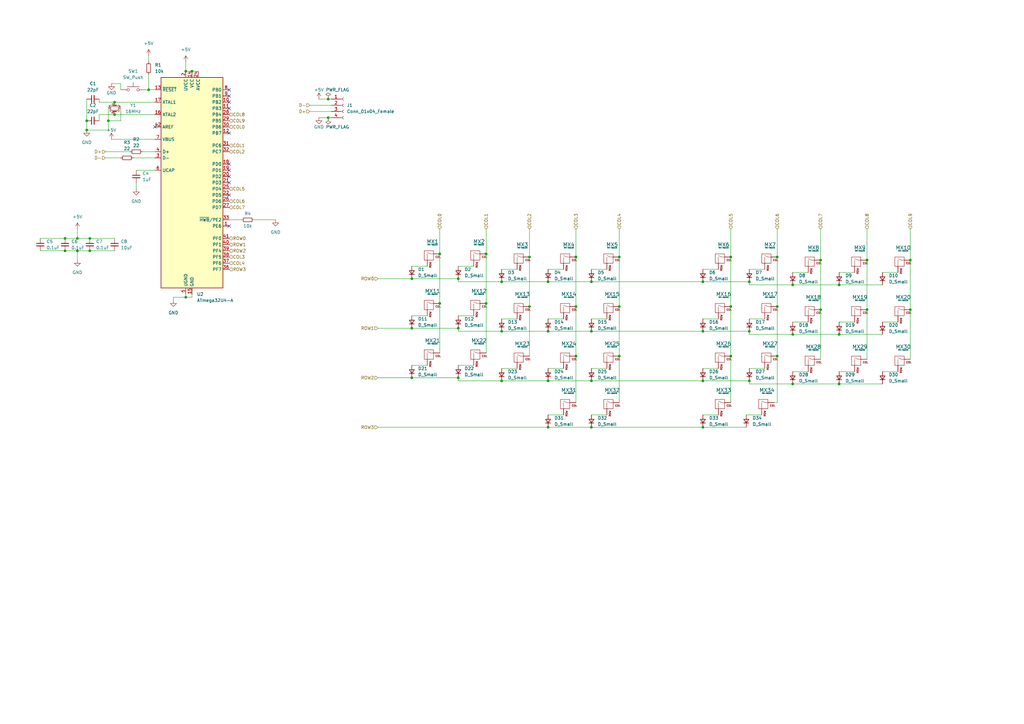
<source format=kicad_sch>
(kicad_sch (version 20211123) (generator eeschema)
  (paper "A3")
  (title_block (title "El Digito") (company "MrKantz"))
  (lib_symbols
    (symbol "Connector:Conn_01x04_Female" (pin_names (offset 1.016) hide)
      (property "Reference" "J" (at 0 5.08 0))
      (property "Value" "Conn_01x04_Female" (at 0 -7.62 0))
      (symbol "Conn_01x04_Female_1_1"
        (arc (start 0 -4.572) (mid -0.508 -5.08) (end 0 -5.588) (stroke (width 0.1524)))
        (arc (start 0 -2.032) (mid -0.508 -2.54) (end 0 -3.048) (stroke (width 0.1524)))
        (polyline (pts (xy -1.27 -5.08) (xy -0.508 -5.08)) (stroke (width 0.1524)))
        (polyline (pts (xy -1.27 -2.54) (xy -0.508 -2.54)) (stroke (width 0.1524)))
        (polyline (pts (xy -1.27 0) (xy -0.508 0)) (stroke (width 0.1524)))
        (polyline (pts (xy -1.27 2.54) (xy -0.508 2.54)) (stroke (width 0.1524)))
        (arc (start 0 0.508) (mid -0.508 0) (end 0 -0.508) (stroke (width 0.1524)))
        (arc (start 0 3.048) (mid -0.508 2.54) (end 0 2.032) (stroke (width 0.1524)))
        (pin passive line (at -5.08 2.54 0) (length 3.81) (name "Pin_1") (number "1"))
        (pin passive line (at -5.08 0 0) (length 3.81) (name "Pin_2") (number "2"))
        (pin passive line (at -5.08 -2.54 0) (length 3.81) (name "Pin_3") (number "3"))
        (pin passive line (at -5.08 -5.08 0) (length 3.81) (name "Pin_4") (number "4"))
      )
    )
    (symbol "Device:C_Small" (pin_numbers hide) (pin_names (offset 0.254) hide)
      (property "Reference" "C" (at 0.254 1.778 0))
      (property "Value" "C_Small" (at 0.254 -2.032 0))
      (symbol "C_Small_0_1"
        (polyline (pts (xy -1.524 -0.508) (xy 1.524 -0.508)) (stroke (width 0.3302)))
        (polyline (pts (xy -1.524 0.508) (xy 1.524 0.508)) (stroke (width 0.3048)))
      )
      (symbol "C_Small_1_1"
        (pin passive line (at 0 2.54 270) (length 2.032) (name "~") (number "1"))
        (pin passive line (at 0 -2.54 90) (length 2.032) (name "~") (number "2"))
      )
    )
    (symbol "Device:Crystal_GND24_Small" (pin_names (offset 1.016) hide)
      (property "Reference" "Y" (at 1.27 4.445 0))
      (property "Value" "Crystal_GND24_Small" (at 1.27 2.54 0))
      (symbol "Crystal_GND24_Small_0_1"
        (rectangle (start -0.762 -1.524) (end 0.762 1.524))
        (polyline (pts (xy -1.27 -0.762) (xy -1.27 0.762)) (stroke (width 0.381)))
        (polyline (pts (xy 1.27 -0.762) (xy 1.27 0.762)) (stroke (width 0.381)))
        (polyline (pts (xy -1.27 -1.27) (xy -1.27 -1.905) (xy 1.27 -1.905) (xy 1.27 -1.27)))
        (polyline (pts (xy -1.27 1.27) (xy -1.27 1.905) (xy 1.27 1.905) (xy 1.27 1.27)))
      )
      (symbol "Crystal_GND24_Small_1_1"
        (pin passive line (at -2.54 0 0) (length 1.27) (name "1") (number "1"))
        (pin passive line (at 0 -2.54 90) (length 0.635) (name "2") (number "2"))
        (pin passive line (at 2.54 0 180) (length 1.27) (name "3") (number "3"))
        (pin passive line (at 0 2.54 270) (length 0.635) (name "4") (number "4"))
      )
    )
    (symbol "Device:D_Small" (pin_numbers hide) (pin_names (offset 0.254) hide)
      (property "Reference" "D" (at -1.27 2.032 0))
      (property "Value" "D_Small" (at -3.81 -2.032 0))
      (symbol "D_Small_0_1"
        (polyline (pts (xy -0.762 -1.016) (xy -0.762 1.016)) (stroke (width 0.254)))
        (polyline (pts (xy -0.762 0) (xy 0.762 0)))
        (polyline (pts (xy 0.762 -1.016) (xy -0.762 0) (xy 0.762 1.016) (xy 0.762 -1.016)) (stroke (width 0.254)))
      )
      (symbol "D_Small_1_1"
        (pin passive line (at -2.54 0 0) (length 1.778) (name "K") (number "1"))
        (pin passive line (at 2.54 0 180) (length 1.778) (name "A") (number "2"))
      )
    )
    (symbol "Device:R_Small" (pin_numbers hide) (pin_names (offset 0.254) hide)
      (property "Reference" "R" (at 0.762 0.508 0))
      (property "Value" "R_Small" (at 0.762 -1.016 0))
      (symbol "R_Small_0_1"
        (rectangle (start -0.762 1.778) (end 0.762 -1.778) (stroke (width 0.2032)))
      )
      (symbol "R_Small_1_1"
        (pin passive line (at 0 2.54 270) (length 0.762) (name "~") (number "1"))
        (pin passive line (at 0 -2.54 90) (length 0.762) (name "~") (number "2"))
      )
    )
    (symbol "MCU_Microchip_ATmega:ATmega32U4-A"
      (property "Reference" "U" (at -12.7 44.45 0))
      (property "Value" "ATmega32U4-A" (at 2.54 -44.45 0))
      (symbol "ATmega32U4-A_0_1"
        (rectangle (start -12.7 -43.18) (end 12.7 43.18) (stroke (width 0.254)) (fill (type background)))
      )
      (symbol "ATmega32U4-A_1_1"
        (pin bidirectional line (at 15.24 -17.78 180) (length 2.54) (name "PE6") (number "1"))
        (pin bidirectional line (at 15.24 33.02 180) (length 2.54) (name "PB2") (number "10"))
        (pin bidirectional line (at 15.24 30.48 180) (length 2.54) (name "PB3") (number "11"))
        (pin bidirectional line (at 15.24 20.32 180) (length 2.54) (name "PB7") (number "12"))
        (pin input line (at -15.24 38.1 0) (length 2.54) (name "~{RESET}") (number "13"))
        (pin power_in line (at 0 45.72 270) (length 2.54) (name "VCC") (number "14"))
        (pin power_in line (at 0 -45.72 90) (length 2.54) (name "GND") (number "15"))
        (pin output line (at -15.24 27.94 0) (length 2.54) (name "XTAL2") (number "16"))
        (pin input line (at -15.24 33.02 0) (length 2.54) (name "XTAL1") (number "17"))
        (pin bidirectional line (at 15.24 7.62 180) (length 2.54) (name "PD0") (number "18"))
        (pin bidirectional line (at 15.24 5.08 180) (length 2.54) (name "PD1") (number "19"))
        (pin power_in line (at -2.54 45.72 270) (length 2.54) (name "UVCC") (number "2"))
        (pin bidirectional line (at 15.24 2.54 180) (length 2.54) (name "PD2") (number "20"))
        (pin bidirectional line (at 15.24 0 180) (length 2.54) (name "PD3") (number "21"))
        (pin bidirectional line (at 15.24 -5.08 180) (length 2.54) (name "PD5") (number "22"))
        (pin passive line (at 0 -45.72 90) (length 2.54) hide (name "GND") (number "23"))
        (pin power_in line (at 2.54 45.72 270) (length 2.54) (name "AVCC") (number "24"))
        (pin bidirectional line (at 15.24 -2.54 180) (length 2.54) (name "PD4") (number "25"))
        (pin bidirectional line (at 15.24 -7.62 180) (length 2.54) (name "PD6") (number "26"))
        (pin bidirectional line (at 15.24 -10.16 180) (length 2.54) (name "PD7") (number "27"))
        (pin bidirectional line (at 15.24 27.94 180) (length 2.54) (name "PB4") (number "28"))
        (pin bidirectional line (at 15.24 25.4 180) (length 2.54) (name "PB5") (number "29"))
        (pin bidirectional line (at -15.24 10.16 0) (length 2.54) (name "D-") (number "3"))
        (pin bidirectional line (at 15.24 22.86 180) (length 2.54) (name "PB6") (number "30"))
        (pin bidirectional line (at 15.24 15.24 180) (length 2.54) (name "PC6") (number "31"))
        (pin bidirectional line (at 15.24 12.7 180) (length 2.54) (name "PC7") (number "32"))
        (pin bidirectional line (at 15.24 -15.24 180) (length 2.54) (name "~{HWB}/PE2") (number "33"))
        (pin passive line (at 0 45.72 270) (length 2.54) hide (name "VCC") (number "34"))
        (pin passive line (at 0 -45.72 90) (length 2.54) hide (name "GND") (number "35"))
        (pin bidirectional line (at 15.24 -35.56 180) (length 2.54) (name "PF7") (number "36"))
        (pin bidirectional line (at 15.24 -33.02 180) (length 2.54) (name "PF6") (number "37"))
        (pin bidirectional line (at 15.24 -30.48 180) (length 2.54) (name "PF5") (number "38"))
        (pin bidirectional line (at 15.24 -27.94 180) (length 2.54) (name "PF4") (number "39"))
        (pin bidirectional line (at -15.24 12.7 0) (length 2.54) (name "D+") (number "4"))
        (pin bidirectional line (at 15.24 -25.4 180) (length 2.54) (name "PF1") (number "40"))
        (pin bidirectional line (at 15.24 -22.86 180) (length 2.54) (name "PF0") (number "41"))
        (pin passive line (at -15.24 22.86 0) (length 2.54) (name "AREF") (number "42"))
        (pin passive line (at 0 -45.72 90) (length 2.54) hide (name "GND") (number "43"))
        (pin passive line (at 2.54 45.72 270) (length 2.54) hide (name "AVCC") (number "44"))
        (pin passive line (at -2.54 -45.72 90) (length 2.54) (name "UGND") (number "5"))
        (pin passive line (at -15.24 5.08 0) (length 2.54) (name "UCAP") (number "6"))
        (pin input line (at -15.24 17.78 0) (length 2.54) (name "VBUS") (number "7"))
        (pin bidirectional line (at 15.24 38.1 180) (length 2.54) (name "PB0") (number "8"))
        (pin bidirectional line (at 15.24 35.56 180) (length 2.54) (name "PB1") (number "9"))
      )
    )
    (symbol "MX_Alps_Hybrid:MX-NoLED" (pin_names (offset 1.016))
      (property "Reference" "MX" (at -0.635 3.81 0))
      (property "Value" "MX-NoLED" (at -0.635 1.27 0))
      (symbol "MX-NoLED_0_0"
        (rectangle (start -2.54 2.54) (end 1.27 -1.27))
        (polyline (pts (xy -1.27 -1.27) (xy -1.27 1.27)) (stroke (width 0.127)))
        (polyline (pts (xy 1.27 1.27) (xy 0 1.27) (xy -1.27 1.905)) (stroke (width 0.127)))
        (text "COL" (at 3.175 0 0) (effects (font (size 0.762 0.762))))
        (text "ROW" (at 0 -1.905 900) (effects (font (size 0.762 0.762)) (justify right)))
      )
      (symbol "MX-NoLED_1_1"
        (pin passive line (at 3.81 1.27 180) (length 2.54) (name "COL") (number "1"))
        (pin passive line (at -1.27 -3.81 90) (length 2.54) (name "ROW") (number "2"))
      )
    )
    (symbol "Switch:SW_Push" (pin_numbers hide) (pin_names (offset 1.016) hide)
      (property "Reference" "SW" (at 1.27 2.54 0))
      (property "Value" "SW_Push" (at 0 -1.524 0))
      (symbol "SW_Push_0_1"
        (circle (center -2.032 0) (radius 0.508))
        (polyline (pts (xy 0 1.27) (xy 0 3.048)))
        (polyline (pts (xy 2.54 1.27) (xy -2.54 1.27)))
        (circle (center 2.032 0) (radius 0.508))
        (pin passive line (at -5.08 0 0) (length 2.54) (name "1") (number "1"))
        (pin passive line (at 5.08 0 180) (length 2.54) (name "2") (number "2"))
      )
    )
    (symbol "power:+5V" (power) (pin_names (offset 0))
      (property "Value" "+5V" (at 0 3.556 0))
      (symbol "+5V_0_1"
        (polyline (pts (xy -0.762 1.27) (xy 0 2.54)))
        (polyline (pts (xy 0 0) (xy 0 2.54)))
        (polyline (pts (xy 0 2.54) (xy 0.762 1.27)))
      )
      (symbol "+5V_1_1"
        (pin power_in line (at 0 0 90) (length 0) hide (name "+5V") (number "1"))
      )
    )
    (symbol "power:GND" (power) (pin_names (offset 0))
      (property "Value" "GND" (at 0 -3.81 0))
      (symbol "GND_0_1"
        (polyline (pts (xy 0 0) (xy 0 -1.27) (xy 1.27 -1.27) (xy 0 -2.54) (xy -1.27 -1.27) (xy 0 -1.27)))
      )
      (symbol "GND_1_1"
        (pin power_in line (at 0 0 270) (length 0) hide (name "GND") (number "1"))
      )
    )
    (symbol "power:PWR_FLAG" (power) (pin_numbers hide) (pin_names (offset 0) hide)
      (property "Value" "PWR_FLAG" (at 0 3.81 0))
      (symbol "PWR_FLAG_0_0"
        (pin power_out line (at 0 0 90) (length 0) (name "pwr") (number "1"))
      )
      (symbol "PWR_FLAG_0_1"
        (polyline (pts (xy 0 0) (xy 0 1.27) (xy -1.016 1.905) (xy 0 2.54) (xy 1.016 1.905) (xy 0 1.27)))
      )
    )
  )
  (junction (at 318.77 146.05))
  (junction (at 299.72 105.41))
  (junction (at 168.91 134.62))
  (junction (at 242.57 175.26))
  (junction (at 46.99 46.99))
  (junction (at 199.39 124.46))
  (junction (at 217.17 105.41))
  (junction (at 36.83 97.79))
  (junction (at 199.39 104.14))
  (junction (at 168.91 114.3))
  (junction (at 307.34 135.89))
  (junction (at 307.34 156.21))
  (junction (at 336.55 127))
  (junction (at 299.72 125.73))
  (junction (at 336.55 106.68))
  (junction (at 76.2 29.21))
  (junction (at 254 146.05))
  (junction (at 318.77 125.73))
  (junction (at 187.96 134.62))
  (junction (at 344.17 116.84))
  (junction (at 236.22 146.05))
  (junction (at 76.2 121.92))
  (junction (at 254 125.73))
  (junction (at 344.17 157.48))
  (junction (at 355.6 106.68))
  (junction (at 242.57 115.57))
  (junction (at 288.29 156.21))
  (junction (at 307.34 115.57))
  (junction (at 205.74 115.57))
  (junction (at 224.79 115.57))
  (junction (at 217.17 125.73))
  (junction (at 205.74 135.89))
  (junction (at 44.45 49.53))
  (junction (at 373.38 106.68))
  (junction (at 355.6 127))
  (junction (at 26.67 97.79))
  (junction (at 35.56 53.34))
  (junction (at 134.62 40.64))
  (junction (at 344.17 137.16))
  (junction (at 299.72 146.05))
  (junction (at 325.12 137.16))
  (junction (at 242.57 156.21))
  (junction (at 31.75 102.87))
  (junction (at 325.12 157.48))
  (junction (at 288.29 115.57))
  (junction (at 180.34 124.46))
  (junction (at 318.77 105.41))
  (junction (at 325.12 116.84))
  (junction (at 134.62 48.26))
  (junction (at 288.29 135.89))
  (junction (at 224.79 175.26))
  (junction (at 187.96 154.94))
  (junction (at 242.57 135.89))
  (junction (at 288.29 175.26))
  (junction (at 46.99 41.91))
  (junction (at 205.74 156.21))
  (junction (at 31.75 97.79))
  (junction (at 60.96 36.83))
  (junction (at 35.56 49.53))
  (junction (at 187.96 114.3))
  (junction (at 236.22 105.41))
  (junction (at 254 105.41))
  (junction (at 224.79 135.89))
  (junction (at 180.34 104.14))
  (junction (at 236.22 125.73))
  (junction (at 26.67 102.87))
  (junction (at 373.38 127))
  (junction (at 168.91 154.94))
  (junction (at 78.74 29.21))
  (junction (at 224.79 156.21))
  (junction (at 36.83 102.87))
  (no_connect (at 63.5 52.07))
  (no_connect (at 93.98 36.83))
  (no_connect (at 93.98 39.37))
  (no_connect (at 93.98 41.91))
  (no_connect (at 93.98 92.71))
  (no_connect (at 93.98 44.45))
  (no_connect (at 93.98 54.61))
  (no_connect (at 93.98 67.31))
  (no_connect (at 93.98 69.85))
  (no_connect (at 93.98 72.39))
  (no_connect (at 93.98 74.93))
  (no_connect (at 93.98 80.01))
  (wire (pts (xy 60.96 30.48) (xy 60.96 36.83)))
  (wire (pts (xy 71.12 121.92) (xy 76.2 121.92)))
  (wire (pts (xy 224.79 156.21) (xy 242.57 156.21)))
  (wire (pts (xy 205.74 135.89) (xy 224.79 135.89)))
  (wire (pts (xy 54.61 64.77) (xy 63.5 64.77)))
  (wire (pts (xy 45.72 57.15) (xy 63.5 57.15)))
  (wire (pts (xy 299.72 93.98) (xy 299.72 105.41)))
  (wire (pts (xy 288.29 170.18) (xy 294.64 170.18)))
  (wire (pts (xy 254 146.05) (xy 254 165.1)))
  (wire (pts (xy 134.62 40.64) (xy 135.89 40.64)))
  (wire (pts (xy 236.22 125.73) (xy 236.22 146.05)))
  (wire (pts (xy 43.18 64.77) (xy 49.53 64.77)))
  (wire (pts (xy 35.56 40.64) (xy 35.56 49.53)))
  (wire (pts (xy 49.53 49.53) (xy 44.45 49.53)))
  (wire (pts (xy 76.2 121.92) (xy 78.74 121.92)))
  (wire (pts (xy 16.51 102.87) (xy 26.67 102.87)))
  (wire (pts (xy 46.99 46.99) (xy 63.5 46.99)))
  (wire (pts (xy 31.75 102.87) (xy 31.75 106.68)))
  (wire (pts (xy 205.74 115.57) (xy 187.96 115.57)))
  (wire (pts (xy 307.34 137.16) (xy 307.34 135.89)))
  (wire (pts (xy 59.69 36.83) (xy 60.96 36.83)))
  (wire (pts (xy 325.12 137.16) (xy 307.34 137.16)))
  (wire (pts (xy 254 105.41) (xy 254 125.73)))
  (wire (pts (xy 180.34 124.46) (xy 180.34 144.78)))
  (wire (pts (xy 168.91 149.86) (xy 175.26 149.86)))
  (wire (pts (xy 26.67 102.87) (xy 31.75 102.87)))
  (wire (pts (xy 205.74 135.89) (xy 187.96 135.89)))
  (wire (pts (xy 217.17 105.41) (xy 217.17 125.73)))
  (wire (pts (xy 299.72 105.41) (xy 299.72 125.73)))
  (wire (pts (xy 224.79 130.81) (xy 231.14 130.81)))
  (wire (pts (xy 325.12 152.4) (xy 331.47 152.4)))
  (wire (pts (xy 299.72 125.73) (xy 299.72 146.05)))
  (wire (pts (xy 49.53 34.29) (xy 45.72 34.29)))
  (wire (pts (xy 242.57 130.81) (xy 248.92 130.81)))
  (wire (pts (xy 224.79 170.18) (xy 231.14 170.18)))
  (wire (pts (xy 180.34 93.98) (xy 180.34 104.14)))
  (wire (pts (xy 76.2 120.65) (xy 76.2 121.92)))
  (wire (pts (xy 199.39 124.46) (xy 199.39 144.78)))
  (wire (pts (xy 361.95 152.4) (xy 368.3 152.4)))
  (wire (pts (xy 288.29 115.57) (xy 307.34 115.57)))
  (wire (pts (xy 60.96 22.86) (xy 60.96 25.4)))
  (wire (pts (xy 168.91 114.3) (xy 187.96 114.3)))
  (wire (pts (xy 16.51 97.79) (xy 26.67 97.79)))
  (wire (pts (xy 242.57 151.13) (xy 248.92 151.13)))
  (wire (pts (xy 224.79 135.89) (xy 242.57 135.89)))
  (wire (pts (xy 355.6 93.98) (xy 355.6 106.68)))
  (wire (pts (xy 46.99 41.91) (xy 63.5 41.91)))
  (wire (pts (xy 130.81 48.26) (xy 134.62 48.26)))
  (wire (pts (xy 205.74 151.13) (xy 212.09 151.13)))
  (wire (pts (xy 49.53 44.45) (xy 49.53 49.53)))
  (wire (pts (xy 199.39 93.98) (xy 199.39 104.14)))
  (wire (pts (xy 361.95 111.76) (xy 368.3 111.76)))
  (wire (pts (xy 168.91 154.94) (xy 187.96 154.94)))
  (wire (pts (xy 336.55 93.98) (xy 336.55 106.68)))
  (wire (pts (xy 318.77 105.41) (xy 318.77 125.73)))
  (wire (pts (xy 180.34 104.14) (xy 180.34 124.46)))
  (wire (pts (xy 373.38 93.98) (xy 373.38 106.68)))
  (wire (pts (xy 44.45 44.45) (xy 44.45 49.53)))
  (wire (pts (xy 299.72 146.05) (xy 299.72 165.1)))
  (wire (pts (xy 187.96 109.22) (xy 194.31 109.22)))
  (wire (pts (xy 373.38 106.68) (xy 373.38 127)))
  (wire (pts (xy 43.18 62.23) (xy 53.34 62.23)))
  (wire (pts (xy 168.91 129.54) (xy 175.26 129.54)))
  (wire (pts (xy 224.79 151.13) (xy 231.14 151.13)))
  (wire (pts (xy 58.42 62.23) (xy 63.5 62.23)))
  (wire (pts (xy 325.12 116.84) (xy 307.34 116.84)))
  (wire (pts (xy 307.34 151.13) (xy 313.69 151.13)))
  (wire (pts (xy 205.74 115.57) (xy 224.79 115.57)))
  (wire (pts (xy 325.12 157.48) (xy 344.17 157.48)))
  (wire (pts (xy 307.34 130.81) (xy 313.69 130.81)))
  (wire (pts (xy 224.79 110.49) (xy 231.14 110.49)))
  (wire (pts (xy 154.94 114.3) (xy 168.91 114.3)))
  (wire (pts (xy 318.77 93.98) (xy 318.77 105.41)))
  (wire (pts (xy 130.81 40.64) (xy 134.62 40.64)))
  (wire (pts (xy 199.39 104.14) (xy 199.39 124.46)))
  (wire (pts (xy 325.12 157.48) (xy 307.34 157.48)))
  (wire (pts (xy 49.53 36.83) (xy 49.53 34.29)))
  (wire (pts (xy 288.29 130.81) (xy 294.64 130.81)))
  (wire (pts (xy 55.88 74.93) (xy 55.88 77.47)))
  (wire (pts (xy 307.34 116.84) (xy 307.34 115.57)))
  (wire (pts (xy 307.34 157.48) (xy 307.34 156.21)))
  (wire (pts (xy 76.2 25.4) (xy 76.2 29.21)))
  (wire (pts (xy 187.96 156.21) (xy 187.96 154.94)))
  (wire (pts (xy 254 125.73) (xy 254 146.05)))
  (wire (pts (xy 306.07 170.18) (xy 312.42 170.18)))
  (wire (pts (xy 217.17 93.98) (xy 217.17 105.41)))
  (wire (pts (xy 168.91 134.62) (xy 187.96 134.62)))
  (wire (pts (xy 36.83 102.87) (xy 46.99 102.87)))
  (wire (pts (xy 44.45 49.53) (xy 44.45 53.34)))
  (wire (pts (xy 236.22 105.41) (xy 236.22 125.73)))
  (wire (pts (xy 154.94 175.26) (xy 224.79 175.26)))
  (wire (pts (xy 44.45 53.34) (xy 35.56 53.34)))
  (wire (pts (xy 318.77 165.1) (xy 317.5 165.1)))
  (wire (pts (xy 288.29 110.49) (xy 294.64 110.49)))
  (wire (pts (xy 187.96 135.89) (xy 187.96 134.62)))
  (wire (pts (xy 78.74 29.21) (xy 81.28 29.21)))
  (wire (pts (xy 46.99 41.91) (xy 40.64 41.91)))
  (wire (pts (xy 205.74 110.49) (xy 212.09 110.49)))
  (wire (pts (xy 187.96 149.86) (xy 194.31 149.86)))
  (wire (pts (xy 344.17 157.48) (xy 361.95 157.48)))
  (wire (pts (xy 242.57 170.18) (xy 248.92 170.18)))
  (wire (pts (xy 355.6 127) (xy 355.6 147.32)))
  (wire (pts (xy 31.75 102.87) (xy 36.83 102.87)))
  (wire (pts (xy 224.79 175.26) (xy 242.57 175.26)))
  (wire (pts (xy 344.17 137.16) (xy 361.95 137.16)))
  (wire (pts (xy 36.83 97.79) (xy 46.99 97.79)))
  (wire (pts (xy 318.77 146.05) (xy 318.77 165.1)))
  (wire (pts (xy 60.96 36.83) (xy 63.5 36.83)))
  (wire (pts (xy 344.17 152.4) (xy 350.52 152.4)))
  (wire (pts (xy 40.64 41.91) (xy 40.64 40.64)))
  (wire (pts (xy 46.99 46.99) (xy 40.64 46.99)))
  (wire (pts (xy 242.57 175.26) (xy 288.29 175.26)))
  (wire (pts (xy 325.12 111.76) (xy 331.47 111.76)))
  (wire (pts (xy 31.75 93.98) (xy 31.75 97.79)))
  (wire (pts (xy 288.29 135.89) (xy 307.34 135.89)))
  (wire (pts (xy 336.55 106.68) (xy 336.55 127)))
  (wire (pts (xy 254 93.98) (xy 254 105.41)))
  (wire (pts (xy 361.95 132.08) (xy 368.3 132.08)))
  (wire (pts (xy 78.74 120.65) (xy 78.74 121.92)))
  (wire (pts (xy 217.17 125.73) (xy 217.17 146.05)))
  (wire (pts (xy 373.38 127) (xy 373.38 147.32)))
  (wire (pts (xy 242.57 156.21) (xy 288.29 156.21)))
  (wire (pts (xy 205.74 156.21) (xy 224.79 156.21)))
  (wire (pts (xy 168.91 109.22) (xy 175.26 109.22)))
  (wire (pts (xy 236.22 93.98) (xy 236.22 105.41)))
  (wire (pts (xy 288.29 175.26) (xy 306.07 175.26)))
  (wire (pts (xy 205.74 156.21) (xy 187.96 156.21)))
  (wire (pts (xy 187.96 129.54) (xy 194.31 129.54)))
  (wire (pts (xy 224.79 115.57) (xy 242.57 115.57)))
  (wire (pts (xy 134.62 48.26) (xy 135.89 48.26)))
  (wire (pts (xy 26.67 97.79) (xy 31.75 97.79)))
  (wire (pts (xy 344.17 116.84) (xy 361.95 116.84)))
  (wire (pts (xy 242.57 110.49) (xy 248.92 110.49)))
  (wire (pts (xy 127 45.72) (xy 135.89 45.72)))
  (wire (pts (xy 288.29 151.13) (xy 294.64 151.13)))
  (wire (pts (xy 288.29 156.21) (xy 307.34 156.21)))
  (wire (pts (xy 71.12 123.19) (xy 71.12 121.92)))
  (wire (pts (xy 236.22 146.05) (xy 236.22 165.1)))
  (wire (pts (xy 40.64 46.99) (xy 40.64 49.53)))
  (wire (pts (xy 325.12 137.16) (xy 344.17 137.16)))
  (wire (pts (xy 344.17 111.76) (xy 350.52 111.76)))
  (wire (pts (xy 55.88 69.85) (xy 63.5 69.85)))
  (wire (pts (xy 325.12 132.08) (xy 331.47 132.08)))
  (wire (pts (xy 76.2 29.21) (xy 78.74 29.21)))
  (wire (pts (xy 127 43.18) (xy 135.89 43.18)))
  (wire (pts (xy 325.12 116.84) (xy 344.17 116.84)))
  (wire (pts (xy 242.57 135.89) (xy 288.29 135.89)))
  (wire (pts (xy 205.74 130.81) (xy 212.09 130.81)))
  (wire (pts (xy 187.96 115.57) (xy 187.96 114.3)))
  (wire (pts (xy 344.17 132.08) (xy 350.52 132.08)))
  (wire (pts (xy 355.6 106.68) (xy 355.6 127)))
  (wire (pts (xy 307.34 110.49) (xy 313.69 110.49)))
  (wire (pts (xy 318.77 125.73) (xy 318.77 146.05)))
  (wire (pts (xy 336.55 127) (xy 336.55 147.32)))
  (wire (pts (xy 154.94 154.94) (xy 168.91 154.94)))
  (wire (pts (xy 93.98 90.17) (xy 99.06 90.17)))
  (wire (pts (xy 154.94 134.62) (xy 168.91 134.62)))
  (wire (pts (xy 31.75 97.79) (xy 36.83 97.79)))
  (wire (pts (xy 104.14 90.17) (xy 113.03 90.17)))
  (wire (pts (xy 242.57 115.57) (xy 288.29 115.57)))
  (wire (pts (xy 35.56 49.53) (xy 35.56 53.34)))
  (hierarchical_label "COL4" (shape input) (at 93.98 107.95 0))
  (hierarchical_label "ROW0" (shape input) (at 154.94 114.3 180))
  (hierarchical_label "COL0" (shape input) (at 93.98 52.07 0))
  (hierarchical_label "ROW2" (shape input) (at 93.98 102.87 0))
  (hierarchical_label "D+" (shape input) (at 127 45.72 180))
  (hierarchical_label "COL2" (shape input) (at 217.17 93.98 90))
  (hierarchical_label "COL9" (shape input) (at 93.98 49.53 0))
  (hierarchical_label "COL6" (shape input) (at 93.98 82.55 0))
  (hierarchical_label "D-" (shape input) (at 127 43.18 180))
  (hierarchical_label "COL1" (shape input) (at 199.39 93.98 90))
  (hierarchical_label "COL4" (shape input) (at 254 93.98 90))
  (hierarchical_label "D+" (shape input) (at 43.18 62.23 180))
  (hierarchical_label "ROW3" (shape input) (at 93.98 110.49 0))
  (hierarchical_label "ROW1" (shape input) (at 93.98 100.33 0))
  (hierarchical_label "ROW0" (shape input) (at 93.98 97.79 0))
  (hierarchical_label "COL5" (shape input) (at 299.72 93.98 90))
  (hierarchical_label "COL6" (shape input) (at 318.77 93.98 90))
  (hierarchical_label "COL3" (shape input) (at 236.22 93.98 90))
  (hierarchical_label "ROW2" (shape input) (at 154.94 154.94 180))
  (hierarchical_label "COL7" (shape input) (at 336.55 93.98 90))
  (hierarchical_label "ROW1" (shape input) (at 154.94 134.62 180))
  (hierarchical_label "D-" (shape input) (at 43.18 64.77 180))
  (hierarchical_label "ROW3" (shape input) (at 154.94 175.26 180))
  (hierarchical_label "COL5" (shape input) (at 93.98 77.47 0))
  (hierarchical_label "COL8" (shape input) (at 93.98 46.99 0))
  (hierarchical_label "COL9" (shape input) (at 373.38 93.98 90))
  (hierarchical_label "COL0" (shape input) (at 180.34 93.98 90))
  (hierarchical_label "COL3" (shape input) (at 93.98 105.41 0))
  (hierarchical_label "COL1" (shape input) (at 93.98 59.69 0))
  (hierarchical_label "COL8" (shape input) (at 355.6 93.98 90))
  (hierarchical_label "COL7" (shape input) (at 93.98 85.09 0))
  (hierarchical_label "COL2" (shape input) (at 93.98 62.23 0))
  (symbol (lib_id "MX_Alps_Hybrid:MX-NoLED") (at 176.53 125.73 0) (unit 1)
    (property "Reference" "MX11" (at 177.4156 119.38 0) (effects (font (size 1.524 1.524))))
    (property "Value" "MX-NoLED" (at 177.4156 120.65 0) (effects (font (size 0.508 0.508))))
    (property "Footprint" "MX_Only:MXOnly-1U-NoLED" (effects hide))
  )
  (symbol (lib_id "MX_Alps_Hybrid:MX-NoLED") (at 213.36 127 0) (unit 1)
    (property "Reference" "MX13" (at 214.2456 120.65 0) (effects (font (size 1.524 1.524))))
    (property "Value" "MX-NoLED" (at 214.2456 121.92 0) (effects (font (size 0.508 0.508))))
    (property "Footprint" "MX_Only:MXOnly-1U-NoLED" (effects hide))
  )
  (symbol (lib_id "Device:D_Small") (at 325.12 134.62 90) (unit 1)
    (property "Reference" "D18" (at 327.66 133.3499 90) (effects (justify right)))
    (property "Value" "D_Small" (at 327.66 135.8899 90) (effects (justify right)))
    (property "Footprint" "Diode_SMD:D_SOD-123" (effects hide))
  )
  (symbol (lib_id "MX_Alps_Hybrid:MX-NoLED") (at 195.58 105.41 0) (unit 1)
    (property "Reference" "MX2" (at 196.4656 99.06 0) (effects (font (size 1.524 1.524))))
    (property "Value" "MX-NoLED" (at 196.4656 100.33 0) (effects (font (size 0.508 0.508))))
    (property "Footprint" "MX_Only:MXOnly-1U-NoLED" (effects hide))
  )
  (symbol (lib_id "Device:D_Small") (at 224.79 133.35 90) (unit 1)
    (property "Reference" "D14" (at 227.33 132.0799 90) (effects (justify right)))
    (property "Value" "D_Small" (at 227.33 134.6199 90) (effects (justify right)))
    (property "Footprint" "Diode_SMD:D_SOD-123" (effects hide))
  )
  (symbol (lib_id "MX_Alps_Hybrid:MX-NoLED") (at 295.91 106.68 0) (unit 1)
    (property "Reference" "MX6" (at 296.7956 100.33 0) (effects (font (size 1.524 1.524))))
    (property "Value" "MX-NoLED" (at 296.7956 101.6 0) (effects (font (size 0.508 0.508))))
    (property "Footprint" "MX_Only:MXOnly-1U-NoLED" (effects hide))
  )
  (symbol (lib_id "MX_Alps_Hybrid:MX-NoLED") (at 295.91 147.32 0) (unit 1)
    (property "Reference" "MX26" (at 296.7956 140.97 0) (effects (font (size 1.524 1.524))))
    (property "Value" "MX-NoLED" (at 296.7956 142.24 0) (effects (font (size 0.508 0.508))))
    (property "Footprint" "MX_Only:MXOnly-1U-NoLED" (effects hide))
  )
  (symbol (lib_id "MX_Alps_Hybrid:MX-NoLED") (at 351.79 148.59 0) (unit 1)
    (property "Reference" "MX29" (at 352.6756 142.24 0) (effects (font (size 1.524 1.524))))
    (property "Value" "MX-NoLED" (at 352.6756 143.51 0) (effects (font (size 0.508 0.508))))
    (property "Footprint" "MX_Only:MXOnly-1U-NoLED" (effects hide))
  )
  (symbol (lib_id "MX_Alps_Hybrid:MX-NoLED") (at 369.57 128.27 0) (unit 1)
    (property "Reference" "MX20" (at 370.4556 121.92 0) (effects (font (size 1.524 1.524))))
    (property "Value" "MX-NoLED" (at 370.4556 123.19 0) (effects (font (size 0.508 0.508))))
    (property "Footprint" "MX_Only:MXOnly-1U-NoLED" (effects hide))
  )
  (symbol (lib_id "power:PWR_FLAG") (at 134.62 48.26 180) (unit 1)
    (property "Reference" "#FLG0102" (effects hide))
    (property "Value" "PWR_FLAG" (at 138.43 52.07 0))
  )
  (symbol (lib_id "Device:D_Small") (at 187.96 152.4 90) (unit 1)
    (property "Reference" "D22" (at 190.5 151.1299 90) (effects (justify right)))
    (property "Value" "D_Small" (at 190.5 153.6699 90) (effects (justify right)))
    (property "Footprint" "Diode_SMD:D_SOD-123" (effects hide))
  )
  (symbol (lib_id "Device:D_Small") (at 168.91 152.4 90) (unit 1)
    (property "Reference" "D21" (at 171.45 151.1299 90) (effects (justify right)))
    (property "Value" "D_Small" (at 171.45 153.6699 90) (effects (justify right)))
    (property "Footprint" "Diode_SMD:D_SOD-123" (effects hide))
  )
  (symbol (lib_id "MX_Alps_Hybrid:MX-NoLED") (at 313.69 166.37 0) (unit 1)
    (property "Reference" "MX34" (at 314.5756 160.02 0) (effects (font (size 1.524 1.524))))
    (property "Value" "MX-NoLED" (at 314.5756 161.29 0) (effects (font (size 0.508 0.508))))
    (property "Footprint" "MX_Only:MXOnly-1U-NoLED" (effects hide))
  )
  (symbol (lib_id "power:+5V") (at 31.75 93.98 0) (unit 1)
    (property "Reference" "#PWR0106" (effects hide))
    (property "Value" "+5V" (at 31.75 88.9 0))
  )
  (symbol (lib_id "Device:D_Small") (at 242.57 153.67 90) (unit 1)
    (property "Reference" "D25" (at 245.11 152.3999 90) (effects (justify right)))
    (property "Value" "D_Small" (at 245.11 154.9399 90) (effects (justify right)))
    (property "Footprint" "Diode_SMD:D_SOD-123" (effects hide))
  )
  (symbol (lib_id "Device:C_Small") (at 55.88 72.39 0) (unit 1)
    (property "Reference" "C4" (at 58.42 71.1262 0) (effects (justify left)))
    (property "Value" "1uF" (at 58.42 73.6662 0) (effects (justify left)))
    (property "Footprint" "Capacitor_SMD:C_0805_2012Metric" (effects hide))
  )
  (symbol (lib_id "Device:D_Small") (at 288.29 113.03 90) (unit 1)
    (property "Reference" "D6" (at 290.83 111.7599 90) (effects (justify right)))
    (property "Value" "D_Small" (at 290.83 114.2999 90) (effects (justify right)))
    (property "Footprint" "Diode_SMD:D_SOD-123" (effects hide))
  )
  (symbol (lib_id "MX_Alps_Hybrid:MX-NoLED") (at 250.19 147.32 0) (unit 1)
    (property "Reference" "MX25" (at 251.0756 140.97 0) (effects (font (size 1.524 1.524))))
    (property "Value" "MX-NoLED" (at 251.0756 142.24 0) (effects (font (size 0.508 0.508))))
    (property "Footprint" "MX_Only:MXOnly-1U-NoLED" (effects hide))
  )
  (symbol (lib_id "Device:D_Small") (at 224.79 113.03 90) (unit 1)
    (property "Reference" "D4" (at 227.33 111.7599 90) (effects (justify right)))
    (property "Value" "D_Small" (at 227.33 114.2999 90) (effects (justify right)))
    (property "Footprint" "Diode_SMD:D_SOD-123" (effects hide))
  )
  (symbol (lib_id "MX_Alps_Hybrid:MX-NoLED") (at 176.53 146.05 0) (unit 1)
    (property "Reference" "MX21" (at 177.4156 139.7 0) (effects (font (size 1.524 1.524))))
    (property "Value" "MX-NoLED" (at 177.4156 140.97 0) (effects (font (size 0.508 0.508))))
    (property "Footprint" "MX_Only:MXOnly-1U-NoLED" (effects hide))
  )
  (symbol (lib_id "Device:D_Small") (at 361.95 114.3 90) (unit 1)
    (property "Reference" "D10" (at 364.49 113.0299 90) (effects (justify right)))
    (property "Value" "D_Small" (at 364.49 115.5699 90) (effects (justify right)))
    (property "Footprint" "Diode_SMD:D_SOD-123" (effects hide))
  )
  (symbol (lib_id "MX_Alps_Hybrid:MX-NoLED") (at 232.41 127 0) (unit 1)
    (property "Reference" "MX14" (at 233.2956 120.65 0) (effects (font (size 1.524 1.524))))
    (property "Value" "MX-NoLED" (at 233.2956 121.92 0) (effects (font (size 0.508 0.508))))
    (property "Footprint" "MX_Only:MXOnly-1U-NoLED" (effects hide))
  )
  (symbol (lib_id "MX_Alps_Hybrid:MX-NoLED") (at 232.41 166.37 0) (unit 1)
    (property "Reference" "MX31" (at 233.2956 160.02 0) (effects (font (size 1.524 1.524))))
    (property "Value" "MX-NoLED" (at 233.2956 161.29 0) (effects (font (size 0.508 0.508))))
    (property "Footprint" "MX_Only:MXOnly-1U-NoLED" (effects hide))
  )
  (symbol (lib_id "Device:D_Small") (at 224.79 153.67 90) (unit 1)
    (property "Reference" "D24" (at 227.33 152.3999 90) (effects (justify right)))
    (property "Value" "D_Small" (at 227.33 154.9399 90) (effects (justify right)))
    (property "Footprint" "Diode_SMD:D_SOD-123" (effects hide))
  )
  (symbol (lib_id "Device:D_Small") (at 242.57 172.72 90) (unit 1)
    (property "Reference" "D32" (at 245.11 171.4499 90) (effects (justify right)))
    (property "Value" "D_Small" (at 245.11 173.9899 90) (effects (justify right)))
    (property "Footprint" "Diode_SMD:D_SOD-123" (effects hide))
  )
  (symbol (lib_id "MX_Alps_Hybrid:MX-NoLED") (at 351.79 107.95 0) (unit 1)
    (property "Reference" "MX9" (at 352.6756 101.6 0) (effects (font (size 1.524 1.524))))
    (property "Value" "MX-NoLED" (at 352.6756 102.87 0) (effects (font (size 0.508 0.508))))
    (property "Footprint" "MX_Only:MXOnly-1U-NoLED" (effects hide))
  )
  (symbol (lib_id "Device:D_Small") (at 307.34 153.67 90) (unit 1)
    (property "Reference" "D27" (at 309.88 152.3999 90) (effects (justify right)))
    (property "Value" "D_Small" (at 309.88 154.9399 90) (effects (justify right)))
    (property "Footprint" "Diode_SMD:D_SOD-123" (effects hide))
  )
  (symbol (lib_id "Device:R_Small") (at 52.07 64.77 90) (unit 1)
    (property "Reference" "R3" (at 52.07 58.42 90))
    (property "Value" "22" (at 52.07 60.96 90))
    (property "Footprint" "Resistor_SMD:R_0805_2012Metric" (effects hide))
  )
  (symbol (lib_id "Device:D_Small") (at 242.57 133.35 90) (unit 1)
    (property "Reference" "D15" (at 245.11 132.0799 90) (effects (justify right)))
    (property "Value" "D_Small" (at 245.11 134.6199 90) (effects (justify right)))
    (property "Footprint" "Diode_SMD:D_SOD-123" (effects hide))
  )
  (symbol (lib_id "MX_Alps_Hybrid:MX-NoLED") (at 332.74 128.27 0) (unit 1)
    (property "Reference" "MX18" (at 333.6256 121.92 0) (effects (font (size 1.524 1.524))))
    (property "Value" "MX-NoLED" (at 333.6256 123.19 0) (effects (font (size 0.508 0.508))))
    (property "Footprint" "MX_Only:MXOnly-1U-NoLED" (effects hide))
  )
  (symbol (lib_id "Device:C_Small") (at 46.99 100.33 0) (unit 1)
    (property "Reference" "C8" (at 49.53 99.0662 0) (effects (justify left)))
    (property "Value" "10uF" (at 49.53 101.6062 0) (effects (justify left)))
    (property "Footprint" "Capacitor_SMD:C_0805_2012Metric" (effects hide))
  )
  (symbol (lib_id "MCU_Microchip_ATmega:ATmega32U4-A") (at 78.74 74.93 0) (unit 1)
    (property "Reference" "U2" (at 80.7594 120.65 0) (effects (justify left)))
    (property "Value" "ATmega32U4-A" (at 80.7594 123.19 0) (effects (justify left)))
    (property "Footprint" "Package_QFP:TQFP-44_10x10mm_P0.8mm" (effects hide))
    (property "Datasheet" "http://ww1.microchip.com/downloads/en/DeviceDoc/Atmel-7766-8-bit-AVR-ATmega16U4-32U4_Datasheet.pdf" (effects hide))
  )
  (symbol (lib_id "MX_Alps_Hybrid:MX-NoLED") (at 332.74 148.59 0) (unit 1)
    (property "Reference" "MX28" (at 333.6256 142.24 0) (effects (font (size 1.524 1.524))))
    (property "Value" "MX-NoLED" (at 333.6256 143.51 0) (effects (font (size 0.508 0.508))))
    (property "Footprint" "MX_Only:MXOnly-1U-NoLED" (effects hide))
  )
  (symbol (lib_id "MX_Alps_Hybrid:MX-NoLED") (at 314.96 106.68 0) (unit 1)
    (property "Reference" "MX7" (at 315.8456 100.33 0) (effects (font (size 1.524 1.524))))
    (property "Value" "MX-NoLED" (at 315.8456 101.6 0) (effects (font (size 0.508 0.508))))
    (property "Footprint" "MX_Only:MXOnly-1U-NoLED" (effects hide))
  )
  (symbol (lib_id "power:+5V") (at 60.96 22.86 0) (unit 1)
    (property "Reference" "#PWR0107" (effects hide))
    (property "Value" "+5V" (at 60.96 17.78 0))
  )
  (symbol (lib_id "power:+5V") (at 76.2 25.4 0) (unit 1)
    (property "Reference" "#PWR0110" (effects hide))
    (property "Value" "+5V" (at 76.2 20.32 0))
  )
  (symbol (lib_id "Device:D_Small") (at 288.29 172.72 90) (unit 1)
    (property "Reference" "D33" (at 290.83 171.4499 90) (effects (justify right)))
    (property "Value" "D_Small" (at 290.83 173.9899 90) (effects (justify right)))
    (property "Footprint" "Diode_SMD:D_SOD-123" (effects hide))
  )
  (symbol (lib_id "Device:D_Small") (at 344.17 154.94 90) (unit 1)
    (property "Reference" "D29" (at 346.71 153.6699 90) (effects (justify right)))
    (property "Value" "D_Small" (at 346.71 156.2099 90) (effects (justify right)))
    (property "Footprint" "Diode_SMD:D_SOD-123" (effects hide))
  )
  (symbol (lib_id "MX_Alps_Hybrid:MX-NoLED") (at 250.19 127 0) (unit 1)
    (property "Reference" "MX15" (at 251.0756 120.65 0) (effects (font (size 1.524 1.524))))
    (property "Value" "MX-NoLED" (at 251.0756 121.92 0) (effects (font (size 0.508 0.508))))
    (property "Footprint" "MX_Only:MXOnly-1U-NoLED" (effects hide))
  )
  (symbol (lib_id "MX_Alps_Hybrid:MX-NoLED") (at 250.19 166.37 0) (unit 1)
    (property "Reference" "MX32" (at 251.0756 160.02 0) (effects (font (size 1.524 1.524))))
    (property "Value" "MX-NoLED" (at 251.0756 161.29 0) (effects (font (size 0.508 0.508))))
    (property "Footprint" "MX_Only:MXOnly-1U-NoLED" (effects hide))
  )
  (symbol (lib_id "MX_Alps_Hybrid:MX-NoLED") (at 195.58 125.73 0) (unit 1)
    (property "Reference" "MX12" (at 196.4656 119.38 0) (effects (font (size 1.524 1.524))))
    (property "Value" "MX-NoLED" (at 196.4656 120.65 0) (effects (font (size 0.508 0.508))))
    (property "Footprint" "MX_Only:MXOnly-1U-NoLED" (effects hide))
  )
  (symbol (lib_id "Device:D_Small") (at 344.17 114.3 90) (unit 1)
    (property "Reference" "D9" (at 346.71 113.0299 90) (effects (justify right)))
    (property "Value" "D_Small" (at 346.71 115.5699 90) (effects (justify right)))
    (property "Footprint" "Diode_SMD:D_SOD-123" (effects hide))
  )
  (symbol (lib_id "Device:D_Small") (at 288.29 153.67 90) (unit 1)
    (property "Reference" "D26" (at 290.83 152.3999 90) (effects (justify right)))
    (property "Value" "D_Small" (at 290.83 154.9399 90) (effects (justify right)))
    (property "Footprint" "Diode_SMD:D_SOD-123" (effects hide))
  )
  (symbol (lib_id "Device:R_Small") (at 55.88 62.23 90) (unit 1)
    (property "Reference" "R2" (at 55.88 57.15 90))
    (property "Value" "22" (at 55.88 59.69 90))
    (property "Footprint" "Resistor_SMD:R_0805_2012Metric" (effects hide))
  )
  (symbol (lib_id "MX_Alps_Hybrid:MX-NoLED") (at 213.36 147.32 0) (unit 1)
    (property "Reference" "MX23" (at 214.2456 140.97 0) (effects (font (size 1.524 1.524))))
    (property "Value" "MX-NoLED" (at 214.2456 142.24 0) (effects (font (size 0.508 0.508))))
    (property "Footprint" "MX_Only:MXOnly-1U-NoLED" (effects hide))
  )
  (symbol (lib_id "Device:D_Small") (at 205.74 153.67 90) (unit 1)
    (property "Reference" "D23" (at 208.28 152.3999 90) (effects (justify right)))
    (property "Value" "D_Small" (at 208.28 154.9399 90) (effects (justify right)))
    (property "Footprint" "Diode_SMD:D_SOD-123" (effects hide))
  )
  (symbol (lib_id "MX_Alps_Hybrid:MX-NoLED") (at 295.91 127 0) (unit 1)
    (property "Reference" "MX16" (at 296.7956 120.65 0) (effects (font (size 1.524 1.524))))
    (property "Value" "MX-NoLED" (at 296.7956 121.92 0) (effects (font (size 0.508 0.508))))
    (property "Footprint" "MX_Only:MXOnly-1U-NoLED" (effects hide))
  )
  (symbol (lib_id "Device:D_Small") (at 205.74 133.35 90) (unit 1)
    (property "Reference" "D13" (at 208.28 132.0799 90) (effects (justify right)))
    (property "Value" "D_Small" (at 208.28 134.6199 90) (effects (justify right)))
    (property "Footprint" "Diode_SMD:D_SOD-123" (effects hide))
  )
  (symbol (lib_id "MX_Alps_Hybrid:MX-NoLED") (at 295.91 166.37 0) (unit 1)
    (property "Reference" "MX33" (at 296.7956 160.02 0) (effects (font (size 1.524 1.524))))
    (property "Value" "MX-NoLED" (at 296.7956 161.29 0) (effects (font (size 0.508 0.508))))
    (property "Footprint" "MX_Only:MXOnly-1U-NoLED" (effects hide))
  )
  (symbol (lib_id "MX_Alps_Hybrid:MX-NoLED") (at 351.79 128.27 0) (unit 1)
    (property "Reference" "MX19" (at 352.6756 121.92 0) (effects (font (size 1.524 1.524))))
    (property "Value" "MX-NoLED" (at 352.6756 123.19 0) (effects (font (size 0.508 0.508))))
    (property "Footprint" "MX_Only:MXOnly-1U-NoLED" (effects hide))
  )
  (symbol (lib_id "power:GND") (at 55.88 77.47 0) (unit 1)
    (property "Reference" "#PWR0105" (effects hide))
    (property "Value" "GND" (at 55.88 82.55 0))
  )
  (symbol (lib_id "power:GND") (at 45.72 34.29 0) (unit 1)
    (property "Reference" "#PWR0109" (effects hide))
    (property "Value" "GND" (at 45.72 38.1 0))
  )
  (symbol (lib_id "Device:D_Small") (at 307.34 133.35 90) (unit 1)
    (property "Reference" "D17" (at 309.88 132.0799 90) (effects (justify right)))
    (property "Value" "D_Small" (at 309.88 134.6199 90) (effects (justify right)))
    (property "Footprint" "Diode_SMD:D_SOD-123" (effects hide))
  )
  (symbol (lib_id "power:GND") (at 113.03 90.17 0) (unit 1)
    (property "Reference" "#PWR0101" (effects hide))
    (property "Value" "GND" (at 113.03 95.25 0))
  )
  (symbol (lib_id "Device:D_Small") (at 307.34 113.03 90) (unit 1)
    (property "Reference" "D7" (at 309.88 111.7599 90) (effects (justify right)))
    (property "Value" "D_Small" (at 309.88 114.2999 90) (effects (justify right)))
    (property "Footprint" "Diode_SMD:D_SOD-123" (effects hide))
  )
  (symbol (lib_id "MX_Alps_Hybrid:MX-NoLED") (at 314.96 127 0) (unit 1)
    (property "Reference" "MX17" (at 315.8456 120.65 0) (effects (font (size 1.524 1.524))))
    (property "Value" "MX-NoLED" (at 315.8456 121.92 0) (effects (font (size 0.508 0.508))))
    (property "Footprint" "MX_Only:MXOnly-1U-NoLED" (effects hide))
  )
  (symbol (lib_id "Device:D_Small") (at 288.29 133.35 90) (unit 1)
    (property "Reference" "D16" (at 290.83 132.0799 90) (effects (justify right)))
    (property "Value" "D_Small" (at 290.83 134.6199 90) (effects (justify right)))
    (property "Footprint" "Diode_SMD:D_SOD-123" (effects hide))
  )
  (symbol (lib_id "Device:D_Small") (at 242.57 113.03 90) (unit 1)
    (property "Reference" "D5" (at 245.11 111.7599 90) (effects (justify right)))
    (property "Value" "D_Small" (at 245.11 114.2999 90) (effects (justify right)))
    (property "Footprint" "Diode_SMD:D_SOD-123" (effects hide))
  )
  (symbol (lib_id "power:PWR_FLAG") (at 134.62 40.64 0) (unit 1)
    (property "Reference" "#FLG0101" (effects hide))
    (property "Value" "PWR_FLAG" (at 138.43 36.83 0))
  )
  (symbol (lib_id "power:GND") (at 71.12 123.19 0) (unit 1)
    (property "Reference" "#PWR0102" (effects hide))
    (property "Value" "GND" (at 71.12 128.27 0))
  )
  (symbol (lib_id "Device:C_Small") (at 36.83 100.33 0) (unit 1)
    (property "Reference" "C7" (at 39.37 99.0662 0) (effects (justify left)))
    (property "Value" "0.1uF" (at 39.37 101.6062 0) (effects (justify left)))
    (property "Footprint" "Capacitor_SMD:C_0805_2012Metric" (effects hide))
  )
  (symbol (lib_id "MX_Alps_Hybrid:MX-NoLED") (at 369.57 148.59 0) (unit 1)
    (property "Reference" "MX30" (at 370.4556 142.24 0) (effects (font (size 1.524 1.524))))
    (property "Value" "MX-NoLED" (at 370.4556 143.51 0) (effects (font (size 0.508 0.508))))
    (property "Footprint" "MX_Only:MXOnly-1U-NoLED" (effects hide))
  )
  (symbol (lib_id "Device:D_Small") (at 205.74 113.03 90) (unit 1)
    (property "Reference" "D3" (at 208.28 111.7599 90) (effects (justify right)))
    (property "Value" "D_Small" (at 208.28 114.2999 90) (effects (justify right)))
    (property "Footprint" "Diode_SMD:D_SOD-123" (effects hide))
  )
  (symbol (lib_id "Device:C_Small") (at 26.67 100.33 0) (unit 1)
    (property "Reference" "C6" (at 29.21 99.0662 0) (effects (justify left)))
    (property "Value" "0.1uF" (at 29.21 101.6062 0) (effects (justify left)))
    (property "Footprint" "Capacitor_SMD:C_0805_2012Metric" (effects hide))
  )
  (symbol (lib_id "power:GND") (at 130.81 48.26 0) (unit 1)
    (property "Reference" "#PWR0111" (effects hide))
    (property "Value" "GND" (at 130.81 52.07 0))
  )
  (symbol (lib_id "power:GND") (at 35.56 53.34 0) (unit 1)
    (property "Reference" "#PWR0104" (effects hide))
    (property "Value" "GND" (at 35.56 58.42 0))
  )
  (symbol (lib_id "MX_Alps_Hybrid:MX-NoLED") (at 195.58 146.05 0) (unit 1)
    (property "Reference" "MX22" (at 196.4656 139.7 0) (effects (font (size 1.524 1.524))))
    (property "Value" "MX-NoLED" (at 196.4656 140.97 0) (effects (font (size 0.508 0.508))))
    (property "Footprint" "MX_Only:MXOnly-1U-NoLED" (effects hide))
  )
  (symbol (lib_id "Device:R_Small") (at 101.6 90.17 90) (unit 1)
    (property "Reference" "R4" (at 101.6 87.63 90))
    (property "Value" "10k" (at 101.6 92.71 90))
    (property "Footprint" "Resistor_SMD:R_0805_2012Metric" (effects hide))
  )
  (symbol (lib_id "MX_Alps_Hybrid:MX-NoLED") (at 314.96 147.32 0) (unit 1)
    (property "Reference" "MX27" (at 315.8456 140.97 0) (effects (font (size 1.524 1.524))))
    (property "Value" "MX-NoLED" (at 315.8456 142.24 0) (effects (font (size 0.508 0.508))))
    (property "Footprint" "MX_Only:MXOnly-1U-NoLED" (effects hide))
  )
  (symbol (lib_id "MX_Alps_Hybrid:MX-NoLED") (at 213.36 106.68 0) (unit 1)
    (property "Reference" "MX3" (at 214.2456 100.33 0) (effects (font (size 1.524 1.524))))
    (property "Value" "MX-NoLED" (at 214.2456 101.6 0) (effects (font (size 0.508 0.508))))
    (property "Footprint" "MX_Only:MXOnly-1U-NoLED" (effects hide))
  )
  (symbol (lib_id "MX_Alps_Hybrid:MX-NoLED") (at 369.57 107.95 0) (unit 1)
    (property "Reference" "MX10" (at 370.4556 101.6 0) (effects (font (size 1.524 1.524))))
    (property "Value" "MX-NoLED" (at 370.4556 102.87 0) (effects (font (size 0.508 0.508))))
    (property "Footprint" "MX_Only:MXOnly-1U-NoLED" (effects hide))
  )
  (symbol (lib_id "Device:C_Small") (at 38.1 40.64 90) (unit 1)
    (property "Reference" "C1" (at 38.1063 34.29 90))
    (property "Value" "22pF" (at 38.1063 36.83 90))
    (property "Footprint" "Capacitor_SMD:C_0805_2012Metric" (effects hide))
  )
  (symbol (lib_id "MX_Alps_Hybrid:MX-NoLED") (at 176.53 105.41 0) (unit 1)
    (property "Reference" "MX1" (at 177.4156 99.06 0) (effects (font (size 1.524 1.524))))
    (property "Value" "MX-NoLED" (at 177.4156 100.33 0) (effects (font (size 0.508 0.508))))
    (property "Footprint" "MX_Only:MXOnly-1U-NoLED" (effects hide))
  )
  (symbol (lib_id "Device:D_Small") (at 325.12 154.94 90) (unit 1)
    (property "Reference" "D28" (at 327.66 153.6699 90) (effects (justify right)))
    (property "Value" "D_Small" (at 327.66 156.2099 90) (effects (justify right)))
    (property "Footprint" "Diode_SMD:D_SOD-123" (effects hide))
  )
  (symbol (lib_id "Device:D_Small") (at 325.12 114.3 90) (unit 1)
    (property "Reference" "D8" (at 327.66 113.0299 90) (effects (justify right)))
    (property "Value" "D_Small" (at 327.66 115.5699 90) (effects (justify right)))
    (property "Footprint" "Diode_SMD:D_SOD-123" (effects hide))
  )
  (symbol (lib_id "Device:D_Small") (at 224.79 172.72 90) (unit 1)
    (property "Reference" "D31" (at 227.33 171.4499 90) (effects (justify right)))
    (property "Value" "D_Small" (at 227.33 173.9899 90) (effects (justify right)))
    (property "Footprint" "Diode_SMD:D_SOD-123" (effects hide))
  )
  (symbol (lib_id "Device:D_Small") (at 168.91 111.76 90) (unit 1)
    (property "Reference" "D1" (at 171.45 110.4899 90) (effects (justify right)))
    (property "Value" "D_Small" (at 171.45 113.0299 90) (effects (justify right)))
    (property "Footprint" "Diode_SMD:D_SOD-123" (effects hide))
  )
  (symbol (lib_id "Device:D_Small") (at 361.95 134.62 90) (unit 1)
    (property "Reference" "D20" (at 364.49 133.3499 90) (effects (justify right)))
    (property "Value" "D_Small" (at 364.49 135.8899 90) (effects (justify right)))
    (property "Footprint" "Diode_SMD:D_SOD-123" (effects hide))
  )
  (symbol (lib_id "Device:D_Small") (at 306.07 172.72 90) (unit 1)
    (property "Reference" "D34" (at 308.61 171.4499 90) (effects (justify right)))
    (property "Value" "D_Small" (at 308.61 173.9899 90) (effects (justify right)))
    (property "Footprint" "Diode_SMD:D_SOD-123" (effects hide))
  )
  (symbol (lib_id "MX_Alps_Hybrid:MX-NoLED") (at 332.74 107.95 0) (unit 1)
    (property "Reference" "MX8" (at 333.6256 101.6 0) (effects (font (size 1.524 1.524))))
    (property "Value" "MX-NoLED" (at 333.6256 102.87 0) (effects (font (size 0.508 0.508))))
    (property "Footprint" "MX_Only:MXOnly-1U-NoLED" (effects hide))
  )
  (symbol (lib_id "Switch:SW_Push") (at 54.61 36.83 0) (unit 1)
    (property "Reference" "SW1" (at 54.61 29.21 0))
    (property "Value" "SW_Push" (at 54.61 31.75 0))
    (property "Footprint" "Button_Switch_SMD:SW_SPST_SKQG_WithoutStem" (effects hide))
  )
  (symbol (lib_id "power:GND") (at 31.75 106.68 0) (unit 1)
    (property "Reference" "#PWR0103" (effects hide))
    (property "Value" "GND" (at 31.75 111.76 0))
  )
  (symbol (lib_id "Device:Crystal_GND24_Small") (at 46.99 44.45 270) (unit 1)
    (property "Reference" "Y1" (at 54.61 43.18 90))
    (property "Value" "16MHz" (at 54.61 45.72 90))
    (property "Footprint" "Crystal:Crystal_SMD_3225-4Pin_3.2x2.5mm" (effects hide))
  )
  (symbol (lib_id "power:+5V") (at 130.81 40.64 0) (unit 1)
    (property "Reference" "#PWR0112" (effects hide))
    (property "Value" "+5V" (at 130.81 36.83 0))
  )
  (symbol (lib_id "Device:D_Small") (at 361.95 154.94 90) (unit 1)
    (property "Reference" "D30" (at 364.49 153.6699 90) (effects (justify right)))
    (property "Value" "D_Small" (at 364.49 156.2099 90) (effects (justify right)))
    (property "Footprint" "Diode_SMD:D_SOD-123" (effects hide))
  )
  (symbol (lib_id "Device:D_Small") (at 187.96 132.08 90) (unit 1)
    (property "Reference" "D12" (at 190.5 130.8099 90) (effects (justify right)))
    (property "Value" "D_Small" (at 190.5 133.3499 90) (effects (justify right)))
    (property "Footprint" "Diode_SMD:D_SOD-123" (effects hide))
  )
  (symbol (lib_id "MX_Alps_Hybrid:MX-NoLED") (at 232.41 106.68 0) (unit 1)
    (property "Reference" "MX4" (at 233.2956 100.33 0) (effects (font (size 1.524 1.524))))
    (property "Value" "MX-NoLED" (at 233.2956 101.6 0) (effects (font (size 0.508 0.508))))
    (property "Footprint" "MX_Only:MXOnly-1U-NoLED" (effects hide))
  )
  (symbol (lib_id "MX_Alps_Hybrid:MX-NoLED") (at 250.19 106.68 0) (unit 1)
    (property "Reference" "MX5" (at 251.0756 100.33 0) (effects (font (size 1.524 1.524))))
    (property "Value" "MX-NoLED" (at 251.0756 101.6 0) (effects (font (size 0.508 0.508))))
    (property "Footprint" "MX_Only:MXOnly-1U-NoLED" (effects hide))
  )
  (symbol (lib_id "Device:C_Small") (at 38.1 49.53 90) (unit 1)
    (property "Reference" "C2" (at 38.1063 43.18 90))
    (property "Value" "22pF" (at 38.1063 45.72 90))
    (property "Footprint" "Capacitor_SMD:C_0805_2012Metric" (effects hide))
  )
  (symbol (lib_id "Device:D_Small") (at 344.17 134.62 90) (unit 1)
    (property "Reference" "D19" (at 346.71 133.3499 90) (effects (justify right)))
    (property "Value" "D_Small" (at 346.71 135.8899 90) (effects (justify right)))
    (property "Footprint" "Diode_SMD:D_SOD-123" (effects hide))
  )
  (symbol (lib_id "Device:C_Small") (at 16.51 100.33 0) (unit 1)
    (property "Reference" "C5" (at 19.05 99.0662 0) (effects (justify left)))
    (property "Value" "0.1uF" (at 19.05 101.6062 0) (effects (justify left)))
    (property "Footprint" "Capacitor_SMD:C_0805_2012Metric" (effects hide))
  )
  (symbol (lib_id "Connector:Conn_01x04_Female") (at 140.97 43.18 0) (unit 1)
    (property "Reference" "J1" (at 142.24 43.1799 0) (effects (justify left)))
    (property "Value" "Conn_01x04_Female" (at 142.24 45.7199 0) (effects (justify left)))
    (property "Footprint" "random-keyboard-parts:JST-SR-4" (effects hide))
  )
  (symbol (lib_id "Device:R_Small") (at 60.96 27.94 180) (unit 1)
    (property "Reference" "R1" (at 63.5 26.6699 0) (effects (justify right)))
    (property "Value" "10k" (at 63.5 29.2099 0) (effects (justify right)))
    (property "Footprint" "Resistor_SMD:R_0805_2012Metric" (effects hide))
  )
  (symbol (lib_id "MX_Alps_Hybrid:MX-NoLED") (at 232.41 147.32 0) (unit 1)
    (property "Reference" "MX24" (at 233.2956 140.97 0) (effects (font (size 1.524 1.524))))
    (property "Value" "MX-NoLED" (at 233.2956 142.24 0) (effects (font (size 0.508 0.508))))
    (property "Footprint" "MX_Only:MXOnly-1U-NoLED" (effects hide))
  )
  (symbol (lib_id "Device:D_Small") (at 187.96 111.76 90) (unit 1)
    (property "Reference" "D2" (at 190.5 110.4899 90) (effects (justify right)))
    (property "Value" "D_Small" (at 190.5 113.0299 90) (effects (justify right)))
    (property "Footprint" "Diode_SMD:D_SOD-123" (effects hide))
  )
  (symbol (lib_id "Device:D_Small") (at 168.91 132.08 90) (unit 1)
    (property "Reference" "D11" (at 171.45 130.8099 90) (effects (justify right)))
    (property "Value" "D_Small" (at 171.45 133.3499 90) (effects (justify right)))
    (property "Footprint" "Diode_SMD:D_SOD-123" (effects hide))
  )
  (symbol (lib_id "power:+5V") (at 45.72 57.15 0) (unit 1)
    (property "Reference" "#PWR0108" (effects hide))
    (property "Value" "+5V" (at 45.72 53.34 0))
  )
)
</source>
